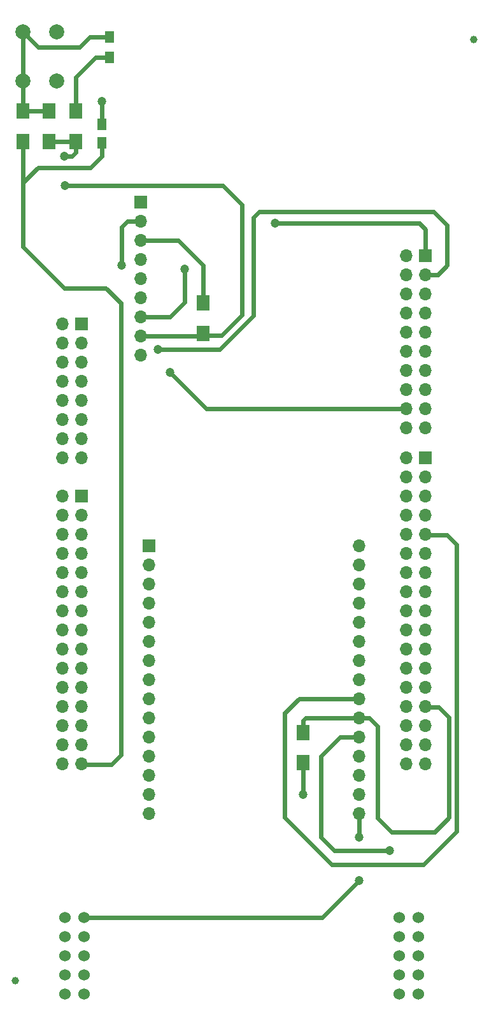
<source format=gbr>
G04 #@! TF.FileFunction,Copper,L1,Top,Signal*
%FSLAX46Y46*%
G04 Gerber Fmt 4.6, Leading zero omitted, Abs format (unit mm)*
G04 Created by KiCad (PCBNEW 4.0.7) date Mon Nov 12 23:25:46 2018*
%MOMM*%
%LPD*%
G01*
G04 APERTURE LIST*
%ADD10C,0.100000*%
%ADD11R,1.700000X1.700000*%
%ADD12O,1.700000X1.700000*%
%ADD13R,1.250000X1.500000*%
%ADD14R,1.300000X1.500000*%
%ADD15R,1.700000X2.000000*%
%ADD16C,2.000000*%
%ADD17C,1.000000*%
%ADD18C,1.524000*%
%ADD19C,1.200000*%
%ADD20C,0.600000*%
G04 APERTURE END LIST*
D10*
D11*
X125133000Y-49564000D03*
D12*
X125133000Y-52104000D03*
X125133000Y-54644000D03*
X125133000Y-57184000D03*
X125133000Y-59724000D03*
X125133000Y-62264000D03*
X125133000Y-64804000D03*
X125133000Y-67344000D03*
X125133000Y-69884000D03*
D13*
X120000000Y-41750000D03*
X120000000Y-39250000D03*
D14*
X121000000Y-27650000D03*
X121000000Y-30350000D03*
D15*
X116500000Y-37500000D03*
X116500000Y-41500000D03*
X113000000Y-37500000D03*
X113000000Y-41500000D03*
X109500000Y-41500000D03*
X109500000Y-37500000D03*
D16*
X114000000Y-33500000D03*
X109500000Y-33500000D03*
X114000000Y-27000000D03*
X109500000Y-27000000D03*
D15*
X133500000Y-63000000D03*
X133500000Y-67000000D03*
D17*
X108500000Y-153000000D03*
X169460000Y-28032000D03*
D18*
X115100000Y-144560000D03*
X117640000Y-144560000D03*
X115100000Y-147100000D03*
X117640000Y-147100000D03*
X115100000Y-149640000D03*
X117640000Y-149640000D03*
X115100000Y-152180000D03*
X117640000Y-152180000D03*
X115100000Y-154720000D03*
X117640000Y-154720000D03*
X159550000Y-144560000D03*
X159550000Y-147100000D03*
X159550000Y-149640000D03*
X159550000Y-152180000D03*
X159550000Y-154720000D03*
X162090000Y-149640000D03*
X162090000Y-147100000D03*
X162090000Y-144560000D03*
X162090000Y-152180000D03*
X162090000Y-154720000D03*
D11*
X117263000Y-65751000D03*
D12*
X114723000Y-65751000D03*
X117263000Y-68291000D03*
X114723000Y-68291000D03*
X117263000Y-70831000D03*
X114723000Y-70831000D03*
X117263000Y-73371000D03*
X114723000Y-73371000D03*
X117263000Y-75911000D03*
X114723000Y-75911000D03*
X117263000Y-78451000D03*
X114723000Y-78451000D03*
X117263000Y-80991000D03*
X114723000Y-80991000D03*
X117263000Y-83531000D03*
X114723000Y-83531000D03*
D11*
X117263000Y-88611000D03*
D12*
X114723000Y-88611000D03*
X117263000Y-91151000D03*
X114723000Y-91151000D03*
X117263000Y-93691000D03*
X114723000Y-93691000D03*
X117263000Y-96231000D03*
X114723000Y-96231000D03*
X117263000Y-98771000D03*
X114723000Y-98771000D03*
X117263000Y-101311000D03*
X114723000Y-101311000D03*
X117263000Y-103851000D03*
X114723000Y-103851000D03*
X117263000Y-106391000D03*
X114723000Y-106391000D03*
X117263000Y-108931000D03*
X114723000Y-108931000D03*
X117263000Y-111471000D03*
X114723000Y-111471000D03*
X117263000Y-114011000D03*
X114723000Y-114011000D03*
X117263000Y-116551000D03*
X114723000Y-116551000D03*
X117263000Y-119091000D03*
X114723000Y-119091000D03*
X117263000Y-121631000D03*
X114723000Y-121631000D03*
X117263000Y-124171000D03*
X114723000Y-124171000D03*
D11*
X162983000Y-56734000D03*
D12*
X160443000Y-56734000D03*
X162983000Y-59274000D03*
X160443000Y-59274000D03*
X162983000Y-61814000D03*
X160443000Y-61814000D03*
X162983000Y-64354000D03*
X160443000Y-64354000D03*
X162983000Y-66894000D03*
X160443000Y-66894000D03*
X162983000Y-69434000D03*
X160443000Y-69434000D03*
X162983000Y-71974000D03*
X160443000Y-71974000D03*
X162983000Y-74514000D03*
X160443000Y-74514000D03*
X162983000Y-77054000D03*
X160443000Y-77054000D03*
X162983000Y-79594000D03*
X160443000Y-79594000D03*
D11*
X162983000Y-83531000D03*
D12*
X160443000Y-83531000D03*
X162983000Y-86071000D03*
X160443000Y-86071000D03*
X162983000Y-88611000D03*
X160443000Y-88611000D03*
X162983000Y-91151000D03*
X160443000Y-91151000D03*
X162983000Y-93691000D03*
X160443000Y-93691000D03*
X162983000Y-96231000D03*
X160443000Y-96231000D03*
X162983000Y-98771000D03*
X160443000Y-98771000D03*
X162983000Y-101311000D03*
X160443000Y-101311000D03*
X162983000Y-103851000D03*
X160443000Y-103851000D03*
X162983000Y-106391000D03*
X160443000Y-106391000D03*
X162983000Y-108931000D03*
X160443000Y-108931000D03*
X162983000Y-111471000D03*
X160443000Y-111471000D03*
X162983000Y-114011000D03*
X160443000Y-114011000D03*
X162983000Y-116551000D03*
X160443000Y-116551000D03*
X162983000Y-119091000D03*
X160443000Y-119091000D03*
X162983000Y-121631000D03*
X160443000Y-121631000D03*
X162983000Y-124171000D03*
X160443000Y-124171000D03*
D11*
X126280000Y-95215000D03*
D12*
X126280000Y-97755000D03*
X126280000Y-100295000D03*
X126280000Y-102835000D03*
X126280000Y-105375000D03*
X126280000Y-107915000D03*
X126280000Y-110455000D03*
X126280000Y-112995000D03*
X126280000Y-115535000D03*
X126280000Y-118075000D03*
X126280000Y-120615000D03*
X126280000Y-123155000D03*
X126280000Y-125695000D03*
X126280000Y-128235000D03*
X126280000Y-130775000D03*
X154220000Y-130775000D03*
X154220000Y-128235000D03*
X154220000Y-125695000D03*
X154220000Y-123155000D03*
X154220000Y-120615000D03*
X154220000Y-118075000D03*
X154220000Y-115535000D03*
X154220000Y-112995000D03*
X154220000Y-110455000D03*
X154220000Y-107915000D03*
X154220000Y-105375000D03*
X154220000Y-102835000D03*
X154220000Y-100295000D03*
X154220000Y-97755000D03*
X154220000Y-95215000D03*
D15*
X146727000Y-120012000D03*
X146727000Y-124012000D03*
D19*
X146727000Y-128235000D03*
X119993500Y-36223500D03*
X130975000Y-58454000D03*
X143044000Y-52416000D03*
X127419000Y-69122000D03*
X129074000Y-72228000D03*
X154220000Y-133950000D03*
X154220000Y-139665000D03*
X122597000Y-57940500D03*
X158280000Y-135670000D03*
X115000000Y-43500000D03*
X115100000Y-47405000D03*
D20*
X146727000Y-124012000D02*
X146727000Y-128235000D01*
X120000000Y-39250000D02*
X120000000Y-36230000D01*
X120000000Y-36230000D02*
X119993500Y-36223500D01*
X130975000Y-58454000D02*
X130975000Y-62899000D01*
X125133000Y-64804000D02*
X129070000Y-64804000D01*
X130975000Y-62899000D02*
X129070000Y-64804000D01*
X143044000Y-52416000D02*
X162221000Y-52416000D01*
X162221000Y-52416000D02*
X162994240Y-53189240D01*
X162994240Y-53189240D02*
X162994240Y-56676000D01*
X127419000Y-69122000D02*
X135674000Y-69122000D01*
X140119000Y-64677000D02*
X140119000Y-51581000D01*
X140119000Y-51581000D02*
X140867500Y-50832500D01*
X140119000Y-64677000D02*
X135674000Y-69122000D01*
X164132500Y-50832500D02*
X140867500Y-50832500D01*
X162994240Y-59216000D02*
X164684000Y-59216000D01*
X164684000Y-59216000D02*
X165900000Y-58000000D01*
X165900000Y-58000000D02*
X165900000Y-52600000D01*
X165900000Y-52600000D02*
X164132500Y-50832500D01*
X133842000Y-76996000D02*
X129074000Y-72228000D01*
X160454240Y-76996000D02*
X133842000Y-76996000D01*
X125133000Y-54644000D02*
X130144000Y-54644000D01*
X133500000Y-58000000D02*
X133500000Y-63000000D01*
X130144000Y-54644000D02*
X133500000Y-58000000D01*
X117640000Y-144560000D02*
X149325000Y-144560000D01*
X154220000Y-133950000D02*
X154220000Y-130775000D01*
X149325000Y-144560000D02*
X154220000Y-139665000D01*
X122593000Y-53501000D02*
X122593000Y-52928000D01*
X122597000Y-57940500D02*
X122593000Y-57936500D01*
X122593000Y-53501000D02*
X122593000Y-57936500D01*
X123417000Y-52104000D02*
X125133000Y-52104000D01*
X122593000Y-52928000D02*
X123417000Y-52104000D01*
X151680000Y-120615000D02*
X154220000Y-120615000D01*
X149140000Y-123155000D02*
X151680000Y-120615000D01*
X149140000Y-133950000D02*
X149140000Y-123155000D01*
X150860000Y-135670000D02*
X149140000Y-133950000D01*
X158280000Y-135670000D02*
X150860000Y-135670000D01*
X150918000Y-137569500D02*
X150600500Y-137569500D01*
X149775000Y-115535000D02*
X154220000Y-115535000D01*
X146219000Y-115535000D02*
X149775000Y-115535000D01*
X144314000Y-117440000D02*
X146219000Y-115535000D01*
X144314000Y-131283000D02*
X144314000Y-117440000D01*
X150600500Y-137569500D02*
X144314000Y-131283000D01*
X162730500Y-137569500D02*
X150918000Y-137569500D01*
X150918000Y-137569500D02*
X150854500Y-137569500D01*
X163360000Y-136940000D02*
X167170000Y-133130000D01*
X162730500Y-137569500D02*
X163360000Y-136940000D01*
X167170000Y-133130000D02*
X167170000Y-95030000D01*
X167170000Y-95030000D02*
X165900000Y-93760000D01*
X162994240Y-93760000D02*
X165900000Y-93760000D01*
X146727000Y-120012000D02*
X146727000Y-118456000D01*
X147108000Y-118075000D02*
X154220000Y-118075000D01*
X146727000Y-118456000D02*
X147108000Y-118075000D01*
X155575000Y-118075000D02*
X154220000Y-118075000D01*
X156700000Y-119200000D02*
X155575000Y-118075000D01*
X156700000Y-131400000D02*
X156700000Y-119200000D01*
X158500000Y-133200000D02*
X156700000Y-131400000D01*
X164300000Y-133200000D02*
X158500000Y-133200000D01*
X166169998Y-131330002D02*
X164300000Y-133200000D01*
X166169998Y-118000000D02*
X166169998Y-131330002D01*
X164789998Y-116620000D02*
X166169998Y-118000000D01*
X162994240Y-116620000D02*
X164789998Y-116620000D01*
X109500000Y-55500000D02*
X109500000Y-47000000D01*
X115000000Y-61000000D02*
X109500000Y-55500000D01*
X120500000Y-61000000D02*
X115000000Y-61000000D01*
X122500000Y-63000000D02*
X120500000Y-61000000D01*
X122500000Y-76000000D02*
X122500000Y-63000000D01*
X120000000Y-41750000D02*
X120000000Y-43500000D01*
X111500000Y-45000000D02*
X109500000Y-47000000D01*
X118500000Y-45000000D02*
X111500000Y-45000000D01*
X120000000Y-43500000D02*
X118500000Y-45000000D01*
X109500000Y-41500000D02*
X109500000Y-42500000D01*
X109500000Y-47000000D02*
X109500000Y-41500000D01*
X122500000Y-76000000D02*
X122500000Y-123000000D01*
X122500000Y-123000000D02*
X121260000Y-124240000D01*
X121260000Y-124240000D02*
X117274240Y-124240000D01*
X109500000Y-27000000D02*
X111500000Y-29000000D01*
X118350000Y-27650000D02*
X121000000Y-27650000D01*
X117000000Y-29000000D02*
X118350000Y-27650000D01*
X111500000Y-29000000D02*
X117000000Y-29000000D01*
X109500000Y-27000000D02*
X110000000Y-27000000D01*
X109500000Y-27000000D02*
X109500000Y-26500000D01*
X109500000Y-33500000D02*
X109500000Y-27000000D01*
X109500000Y-37500000D02*
X109500000Y-33500000D01*
X113000000Y-37500000D02*
X109500000Y-37500000D01*
X116500000Y-33000000D02*
X119150000Y-30350000D01*
X116500000Y-37500000D02*
X116500000Y-33000000D01*
X119150000Y-30350000D02*
X121000000Y-30350000D01*
X116500000Y-43000000D02*
X116000000Y-43500000D01*
X116500000Y-43000000D02*
X116500000Y-41500000D01*
X115000000Y-43500000D02*
X116000000Y-43500000D01*
X138595000Y-64550000D02*
X138595000Y-49945000D01*
X135875000Y-67270000D02*
X138595000Y-64550000D01*
X133770000Y-67270000D02*
X135875000Y-67270000D01*
X133770000Y-67270000D02*
X133500000Y-67000000D01*
X125133000Y-67344000D02*
X133156000Y-67344000D01*
X133156000Y-67344000D02*
X133500000Y-67000000D01*
X113000000Y-41500000D02*
X116500000Y-41500000D01*
X133441000Y-67344000D02*
X133515000Y-67270000D01*
X136055000Y-47405000D02*
X115100000Y-47405000D01*
X138595000Y-49945000D02*
X136055000Y-47405000D01*
M02*

</source>
